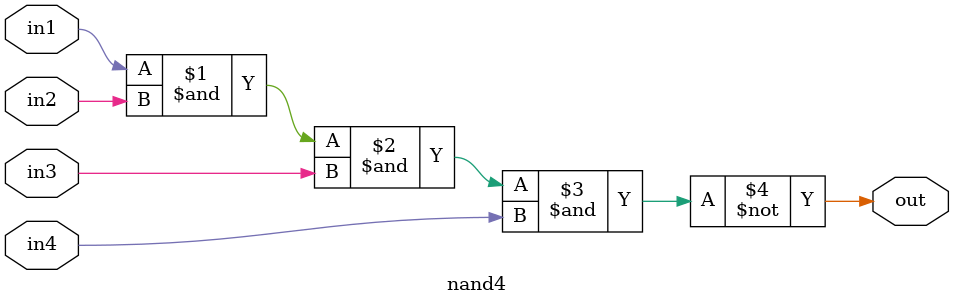
<source format=v>
/*
    CS/ECE 552 Spring '22
    Homework #1, Problem 2

    4 input NAND
*/
module nand4 (out,in1,in2,in3,in4);
    output out;
    input in1,in2,in3, in4;
    assign out = ~(in1 & in2 & in3 & in4);
endmodule

</source>
